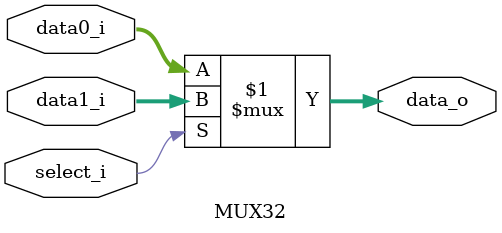
<source format=v>
module MUX32(

    data0_i,
    data1_i,
    select_i,
    data_o
);

input [31:0]    data0_i;
input [31:0]    data1_i;
input           select_i;

output [31:0]   data_o;

assign data_o = (select_i) ? data1_i : data0_i;

endmodule
</source>
